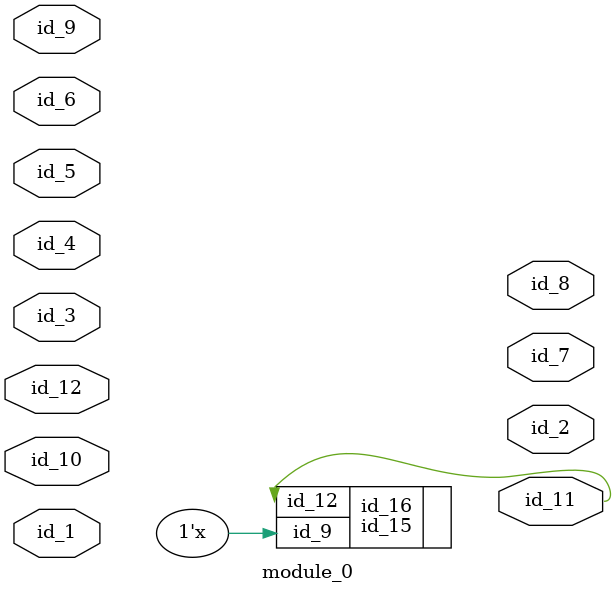
<source format=v>
`define pp_1 0
localparam id_2 = 1;
module module_0 (
    id_1,
    id_2,
    id_3,
    id_4,
    id_5,
    id_6,
    id_7,
    id_8,
    id_9,
    id_10,
    id_11,
    id_12
);
  input id_12;
  output id_11;
  input id_10;
  input id_9;
  output id_8;
  output id_7;
  input id_6;
  input id_5;
  input id_4;
  input id_3;
  output id_2;
  input id_1;
  id_13 id_14 (
      .id_9 (id_1),
      .id_12(id_4),
      .id_3 (id_3)
  );
  id_15 id_16 (
      .id_12(id_11),
      .id_9 (id_5[1])
  );
endmodule

</source>
